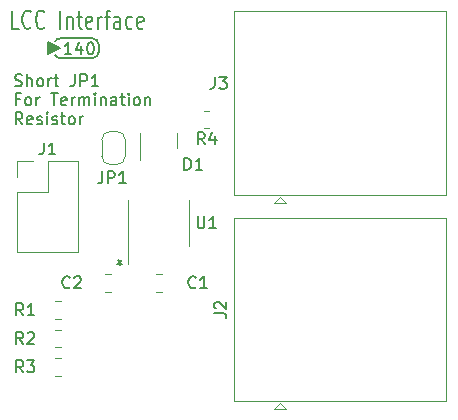
<source format=gto>
G04 #@! TF.GenerationSoftware,KiCad,Pcbnew,6.0.10-86aedd382b~118~ubuntu18.04.1*
G04 #@! TF.CreationDate,2025-04-04T15:15:07-06:00*
G04 #@! TF.ProjectId,mss-xcade-can,6d73732d-7863-4616-9465-2d63616e2e6b,rev?*
G04 #@! TF.SameCoordinates,Original*
G04 #@! TF.FileFunction,Legend,Top*
G04 #@! TF.FilePolarity,Positive*
%FSLAX46Y46*%
G04 Gerber Fmt 4.6, Leading zero omitted, Abs format (unit mm)*
G04 Created by KiCad (PCBNEW 6.0.10-86aedd382b~118~ubuntu18.04.1) date 2025-04-04 15:15:07*
%MOMM*%
%LPD*%
G01*
G04 APERTURE LIST*
%ADD10C,0.150000*%
%ADD11C,0.203200*%
%ADD12C,0.120000*%
G04 APERTURE END LIST*
D10*
G36*
X81178400Y-118668800D02*
G01*
X80162400Y-119176800D01*
X80162400Y-118160800D01*
X81178400Y-118668800D01*
G37*
X81178400Y-118668800D02*
X80162400Y-119176800D01*
X80162400Y-118160800D01*
X81178400Y-118668800D01*
X84455000Y-118364000D02*
G75*
G03*
X83947000Y-117856000I-508000J0D01*
G01*
X81153000Y-117856000D02*
G75*
G03*
X80772000Y-118110000I-100J-412600D01*
G01*
X84455000Y-118364000D02*
X84455000Y-118999000D01*
X80771972Y-119253012D02*
G75*
G03*
X81153000Y-119507000I381028J158812D01*
G01*
X81153000Y-117856000D02*
X83947000Y-117856000D01*
X83947000Y-119507000D02*
G75*
G03*
X84455000Y-118999000I0J508000D01*
G01*
X81153000Y-119507000D02*
X83947000Y-119507000D01*
X82137333Y-119197380D02*
X81565904Y-119197380D01*
X81851619Y-119197380D02*
X81851619Y-118197380D01*
X81756380Y-118340238D01*
X81661142Y-118435476D01*
X81565904Y-118483095D01*
X82994476Y-118530714D02*
X82994476Y-119197380D01*
X82756380Y-118149761D02*
X82518285Y-118864047D01*
X83137333Y-118864047D01*
X83708761Y-118197380D02*
X83804000Y-118197380D01*
X83899238Y-118245000D01*
X83946857Y-118292619D01*
X83994476Y-118387857D01*
X84042095Y-118578333D01*
X84042095Y-118816428D01*
X83994476Y-119006904D01*
X83946857Y-119102142D01*
X83899238Y-119149761D01*
X83804000Y-119197380D01*
X83708761Y-119197380D01*
X83613523Y-119149761D01*
X83565904Y-119102142D01*
X83518285Y-119006904D01*
X83470666Y-118816428D01*
X83470666Y-118578333D01*
X83518285Y-118387857D01*
X83565904Y-118292619D01*
X83613523Y-118245000D01*
X83708761Y-118197380D01*
D11*
X77669571Y-117021428D02*
X77125285Y-117021428D01*
X77125285Y-115497428D01*
X78703714Y-116876285D02*
X78649285Y-116948857D01*
X78486000Y-117021428D01*
X78377142Y-117021428D01*
X78213857Y-116948857D01*
X78105000Y-116803714D01*
X78050571Y-116658571D01*
X77996142Y-116368285D01*
X77996142Y-116150571D01*
X78050571Y-115860285D01*
X78105000Y-115715142D01*
X78213857Y-115570000D01*
X78377142Y-115497428D01*
X78486000Y-115497428D01*
X78649285Y-115570000D01*
X78703714Y-115642571D01*
X79846714Y-116876285D02*
X79792285Y-116948857D01*
X79629000Y-117021428D01*
X79520142Y-117021428D01*
X79356857Y-116948857D01*
X79248000Y-116803714D01*
X79193571Y-116658571D01*
X79139142Y-116368285D01*
X79139142Y-116150571D01*
X79193571Y-115860285D01*
X79248000Y-115715142D01*
X79356857Y-115570000D01*
X79520142Y-115497428D01*
X79629000Y-115497428D01*
X79792285Y-115570000D01*
X79846714Y-115642571D01*
X81207428Y-117021428D02*
X81207428Y-115497428D01*
X81751714Y-116005428D02*
X81751714Y-117021428D01*
X81751714Y-116150571D02*
X81806142Y-116078000D01*
X81915000Y-116005428D01*
X82078285Y-116005428D01*
X82187142Y-116078000D01*
X82241571Y-116223142D01*
X82241571Y-117021428D01*
X82622571Y-116005428D02*
X83058000Y-116005428D01*
X82785857Y-115497428D02*
X82785857Y-116803714D01*
X82840285Y-116948857D01*
X82949142Y-117021428D01*
X83058000Y-117021428D01*
X83874428Y-116948857D02*
X83765571Y-117021428D01*
X83547857Y-117021428D01*
X83439000Y-116948857D01*
X83384571Y-116803714D01*
X83384571Y-116223142D01*
X83439000Y-116078000D01*
X83547857Y-116005428D01*
X83765571Y-116005428D01*
X83874428Y-116078000D01*
X83928857Y-116223142D01*
X83928857Y-116368285D01*
X83384571Y-116513428D01*
X84418714Y-117021428D02*
X84418714Y-116005428D01*
X84418714Y-116295714D02*
X84473142Y-116150571D01*
X84527571Y-116078000D01*
X84636428Y-116005428D01*
X84745285Y-116005428D01*
X84963000Y-116005428D02*
X85398428Y-116005428D01*
X85126285Y-117021428D02*
X85126285Y-115715142D01*
X85180714Y-115570000D01*
X85289571Y-115497428D01*
X85398428Y-115497428D01*
X86269285Y-117021428D02*
X86269285Y-116223142D01*
X86214857Y-116078000D01*
X86106000Y-116005428D01*
X85888285Y-116005428D01*
X85779428Y-116078000D01*
X86269285Y-116948857D02*
X86160428Y-117021428D01*
X85888285Y-117021428D01*
X85779428Y-116948857D01*
X85725000Y-116803714D01*
X85725000Y-116658571D01*
X85779428Y-116513428D01*
X85888285Y-116440857D01*
X86160428Y-116440857D01*
X86269285Y-116368285D01*
X87303428Y-116948857D02*
X87194571Y-117021428D01*
X86976857Y-117021428D01*
X86868000Y-116948857D01*
X86813571Y-116876285D01*
X86759142Y-116731142D01*
X86759142Y-116295714D01*
X86813571Y-116150571D01*
X86868000Y-116078000D01*
X86976857Y-116005428D01*
X87194571Y-116005428D01*
X87303428Y-116078000D01*
X88228714Y-116948857D02*
X88119857Y-117021428D01*
X87902142Y-117021428D01*
X87793285Y-116948857D01*
X87738857Y-116803714D01*
X87738857Y-116223142D01*
X87793285Y-116078000D01*
X87902142Y-116005428D01*
X88119857Y-116005428D01*
X88228714Y-116078000D01*
X88283142Y-116223142D01*
X88283142Y-116368285D01*
X87738857Y-116513428D01*
D10*
X86233000Y-137072619D02*
X86233000Y-136834523D01*
X86471095Y-136929761D02*
X86233000Y-136834523D01*
X85994904Y-136929761D01*
X86375857Y-136644047D02*
X86233000Y-136834523D01*
X86090142Y-136644047D01*
X77376976Y-121857761D02*
X77519833Y-121905380D01*
X77757928Y-121905380D01*
X77853166Y-121857761D01*
X77900785Y-121810142D01*
X77948404Y-121714904D01*
X77948404Y-121619666D01*
X77900785Y-121524428D01*
X77853166Y-121476809D01*
X77757928Y-121429190D01*
X77567452Y-121381571D01*
X77472214Y-121333952D01*
X77424595Y-121286333D01*
X77376976Y-121191095D01*
X77376976Y-121095857D01*
X77424595Y-121000619D01*
X77472214Y-120953000D01*
X77567452Y-120905380D01*
X77805547Y-120905380D01*
X77948404Y-120953000D01*
X78376976Y-121905380D02*
X78376976Y-120905380D01*
X78805547Y-121905380D02*
X78805547Y-121381571D01*
X78757928Y-121286333D01*
X78662690Y-121238714D01*
X78519833Y-121238714D01*
X78424595Y-121286333D01*
X78376976Y-121333952D01*
X79424595Y-121905380D02*
X79329357Y-121857761D01*
X79281738Y-121810142D01*
X79234119Y-121714904D01*
X79234119Y-121429190D01*
X79281738Y-121333952D01*
X79329357Y-121286333D01*
X79424595Y-121238714D01*
X79567452Y-121238714D01*
X79662690Y-121286333D01*
X79710309Y-121333952D01*
X79757928Y-121429190D01*
X79757928Y-121714904D01*
X79710309Y-121810142D01*
X79662690Y-121857761D01*
X79567452Y-121905380D01*
X79424595Y-121905380D01*
X80186500Y-121905380D02*
X80186500Y-121238714D01*
X80186500Y-121429190D02*
X80234119Y-121333952D01*
X80281738Y-121286333D01*
X80376976Y-121238714D01*
X80472214Y-121238714D01*
X80662690Y-121238714D02*
X81043642Y-121238714D01*
X80805547Y-120905380D02*
X80805547Y-121762523D01*
X80853166Y-121857761D01*
X80948404Y-121905380D01*
X81043642Y-121905380D01*
X82424595Y-120905380D02*
X82424595Y-121619666D01*
X82376976Y-121762523D01*
X82281738Y-121857761D01*
X82138880Y-121905380D01*
X82043642Y-121905380D01*
X82900785Y-121905380D02*
X82900785Y-120905380D01*
X83281738Y-120905380D01*
X83376976Y-120953000D01*
X83424595Y-121000619D01*
X83472214Y-121095857D01*
X83472214Y-121238714D01*
X83424595Y-121333952D01*
X83376976Y-121381571D01*
X83281738Y-121429190D01*
X82900785Y-121429190D01*
X84424595Y-121905380D02*
X83853166Y-121905380D01*
X84138880Y-121905380D02*
X84138880Y-120905380D01*
X84043642Y-121048238D01*
X83948404Y-121143476D01*
X83853166Y-121191095D01*
X77757928Y-122991571D02*
X77424595Y-122991571D01*
X77424595Y-123515380D02*
X77424595Y-122515380D01*
X77900785Y-122515380D01*
X78424595Y-123515380D02*
X78329357Y-123467761D01*
X78281738Y-123420142D01*
X78234119Y-123324904D01*
X78234119Y-123039190D01*
X78281738Y-122943952D01*
X78329357Y-122896333D01*
X78424595Y-122848714D01*
X78567452Y-122848714D01*
X78662690Y-122896333D01*
X78710309Y-122943952D01*
X78757928Y-123039190D01*
X78757928Y-123324904D01*
X78710309Y-123420142D01*
X78662690Y-123467761D01*
X78567452Y-123515380D01*
X78424595Y-123515380D01*
X79186500Y-123515380D02*
X79186500Y-122848714D01*
X79186500Y-123039190D02*
X79234119Y-122943952D01*
X79281738Y-122896333D01*
X79376976Y-122848714D01*
X79472214Y-122848714D01*
X80424595Y-122515380D02*
X80996023Y-122515380D01*
X80710309Y-123515380D02*
X80710309Y-122515380D01*
X81710309Y-123467761D02*
X81615071Y-123515380D01*
X81424595Y-123515380D01*
X81329357Y-123467761D01*
X81281738Y-123372523D01*
X81281738Y-122991571D01*
X81329357Y-122896333D01*
X81424595Y-122848714D01*
X81615071Y-122848714D01*
X81710309Y-122896333D01*
X81757928Y-122991571D01*
X81757928Y-123086809D01*
X81281738Y-123182047D01*
X82186500Y-123515380D02*
X82186500Y-122848714D01*
X82186500Y-123039190D02*
X82234119Y-122943952D01*
X82281738Y-122896333D01*
X82376976Y-122848714D01*
X82472214Y-122848714D01*
X82805547Y-123515380D02*
X82805547Y-122848714D01*
X82805547Y-122943952D02*
X82853166Y-122896333D01*
X82948404Y-122848714D01*
X83091261Y-122848714D01*
X83186500Y-122896333D01*
X83234119Y-122991571D01*
X83234119Y-123515380D01*
X83234119Y-122991571D02*
X83281738Y-122896333D01*
X83376976Y-122848714D01*
X83519833Y-122848714D01*
X83615071Y-122896333D01*
X83662690Y-122991571D01*
X83662690Y-123515380D01*
X84138880Y-123515380D02*
X84138880Y-122848714D01*
X84138880Y-122515380D02*
X84091261Y-122563000D01*
X84138880Y-122610619D01*
X84186500Y-122563000D01*
X84138880Y-122515380D01*
X84138880Y-122610619D01*
X84615071Y-122848714D02*
X84615071Y-123515380D01*
X84615071Y-122943952D02*
X84662690Y-122896333D01*
X84757928Y-122848714D01*
X84900785Y-122848714D01*
X84996023Y-122896333D01*
X85043642Y-122991571D01*
X85043642Y-123515380D01*
X85948404Y-123515380D02*
X85948404Y-122991571D01*
X85900785Y-122896333D01*
X85805547Y-122848714D01*
X85615071Y-122848714D01*
X85519833Y-122896333D01*
X85948404Y-123467761D02*
X85853166Y-123515380D01*
X85615071Y-123515380D01*
X85519833Y-123467761D01*
X85472214Y-123372523D01*
X85472214Y-123277285D01*
X85519833Y-123182047D01*
X85615071Y-123134428D01*
X85853166Y-123134428D01*
X85948404Y-123086809D01*
X86281738Y-122848714D02*
X86662690Y-122848714D01*
X86424595Y-122515380D02*
X86424595Y-123372523D01*
X86472214Y-123467761D01*
X86567452Y-123515380D01*
X86662690Y-123515380D01*
X86996023Y-123515380D02*
X86996023Y-122848714D01*
X86996023Y-122515380D02*
X86948404Y-122563000D01*
X86996023Y-122610619D01*
X87043642Y-122563000D01*
X86996023Y-122515380D01*
X86996023Y-122610619D01*
X87615071Y-123515380D02*
X87519833Y-123467761D01*
X87472214Y-123420142D01*
X87424595Y-123324904D01*
X87424595Y-123039190D01*
X87472214Y-122943952D01*
X87519833Y-122896333D01*
X87615071Y-122848714D01*
X87757928Y-122848714D01*
X87853166Y-122896333D01*
X87900785Y-122943952D01*
X87948404Y-123039190D01*
X87948404Y-123324904D01*
X87900785Y-123420142D01*
X87853166Y-123467761D01*
X87757928Y-123515380D01*
X87615071Y-123515380D01*
X88376976Y-122848714D02*
X88376976Y-123515380D01*
X88376976Y-122943952D02*
X88424595Y-122896333D01*
X88519833Y-122848714D01*
X88662690Y-122848714D01*
X88757928Y-122896333D01*
X88805547Y-122991571D01*
X88805547Y-123515380D01*
X77996023Y-125125380D02*
X77662690Y-124649190D01*
X77424595Y-125125380D02*
X77424595Y-124125380D01*
X77805547Y-124125380D01*
X77900785Y-124173000D01*
X77948404Y-124220619D01*
X77996023Y-124315857D01*
X77996023Y-124458714D01*
X77948404Y-124553952D01*
X77900785Y-124601571D01*
X77805547Y-124649190D01*
X77424595Y-124649190D01*
X78805547Y-125077761D02*
X78710309Y-125125380D01*
X78519833Y-125125380D01*
X78424595Y-125077761D01*
X78376976Y-124982523D01*
X78376976Y-124601571D01*
X78424595Y-124506333D01*
X78519833Y-124458714D01*
X78710309Y-124458714D01*
X78805547Y-124506333D01*
X78853166Y-124601571D01*
X78853166Y-124696809D01*
X78376976Y-124792047D01*
X79234119Y-125077761D02*
X79329357Y-125125380D01*
X79519833Y-125125380D01*
X79615071Y-125077761D01*
X79662690Y-124982523D01*
X79662690Y-124934904D01*
X79615071Y-124839666D01*
X79519833Y-124792047D01*
X79376976Y-124792047D01*
X79281738Y-124744428D01*
X79234119Y-124649190D01*
X79234119Y-124601571D01*
X79281738Y-124506333D01*
X79376976Y-124458714D01*
X79519833Y-124458714D01*
X79615071Y-124506333D01*
X80091261Y-125125380D02*
X80091261Y-124458714D01*
X80091261Y-124125380D02*
X80043642Y-124173000D01*
X80091261Y-124220619D01*
X80138880Y-124173000D01*
X80091261Y-124125380D01*
X80091261Y-124220619D01*
X80519833Y-125077761D02*
X80615071Y-125125380D01*
X80805547Y-125125380D01*
X80900785Y-125077761D01*
X80948404Y-124982523D01*
X80948404Y-124934904D01*
X80900785Y-124839666D01*
X80805547Y-124792047D01*
X80662690Y-124792047D01*
X80567452Y-124744428D01*
X80519833Y-124649190D01*
X80519833Y-124601571D01*
X80567452Y-124506333D01*
X80662690Y-124458714D01*
X80805547Y-124458714D01*
X80900785Y-124506333D01*
X81234119Y-124458714D02*
X81615071Y-124458714D01*
X81376976Y-124125380D02*
X81376976Y-124982523D01*
X81424595Y-125077761D01*
X81519833Y-125125380D01*
X81615071Y-125125380D01*
X82091261Y-125125380D02*
X81996023Y-125077761D01*
X81948404Y-125030142D01*
X81900785Y-124934904D01*
X81900785Y-124649190D01*
X81948404Y-124553952D01*
X81996023Y-124506333D01*
X82091261Y-124458714D01*
X82234119Y-124458714D01*
X82329357Y-124506333D01*
X82376976Y-124553952D01*
X82424595Y-124649190D01*
X82424595Y-124934904D01*
X82376976Y-125030142D01*
X82329357Y-125077761D01*
X82234119Y-125125380D01*
X82091261Y-125125380D01*
X82853166Y-125125380D02*
X82853166Y-124458714D01*
X82853166Y-124649190D02*
X82900785Y-124553952D01*
X82948404Y-124506333D01*
X83043642Y-124458714D01*
X83138880Y-124458714D01*
X94281666Y-121118380D02*
X94281666Y-121832666D01*
X94234047Y-121975523D01*
X94138809Y-122070761D01*
X93995952Y-122118380D01*
X93900714Y-122118380D01*
X94662619Y-121118380D02*
X95281666Y-121118380D01*
X94948333Y-121499333D01*
X95091190Y-121499333D01*
X95186428Y-121546952D01*
X95234047Y-121594571D01*
X95281666Y-121689809D01*
X95281666Y-121927904D01*
X95234047Y-122023142D01*
X95186428Y-122070761D01*
X95091190Y-122118380D01*
X94805476Y-122118380D01*
X94710238Y-122070761D01*
X94662619Y-122023142D01*
X91717904Y-128976380D02*
X91717904Y-127976380D01*
X91956000Y-127976380D01*
X92098857Y-128024000D01*
X92194095Y-128119238D01*
X92241714Y-128214476D01*
X92289333Y-128404952D01*
X92289333Y-128547809D01*
X92241714Y-128738285D01*
X92194095Y-128833523D01*
X92098857Y-128928761D01*
X91956000Y-128976380D01*
X91717904Y-128976380D01*
X93241714Y-128976380D02*
X92670285Y-128976380D01*
X92956000Y-128976380D02*
X92956000Y-127976380D01*
X92860761Y-128119238D01*
X92765523Y-128214476D01*
X92670285Y-128262095D01*
X79798666Y-126677380D02*
X79798666Y-127391666D01*
X79751047Y-127534523D01*
X79655809Y-127629761D01*
X79512952Y-127677380D01*
X79417714Y-127677380D01*
X80798666Y-127677380D02*
X80227238Y-127677380D01*
X80512952Y-127677380D02*
X80512952Y-126677380D01*
X80417714Y-126820238D01*
X80322476Y-126915476D01*
X80227238Y-126963095D01*
X78065333Y-141295380D02*
X77732000Y-140819190D01*
X77493904Y-141295380D02*
X77493904Y-140295380D01*
X77874857Y-140295380D01*
X77970095Y-140343000D01*
X78017714Y-140390619D01*
X78065333Y-140485857D01*
X78065333Y-140628714D01*
X78017714Y-140723952D01*
X77970095Y-140771571D01*
X77874857Y-140819190D01*
X77493904Y-140819190D01*
X79017714Y-141295380D02*
X78446285Y-141295380D01*
X78732000Y-141295380D02*
X78732000Y-140295380D01*
X78636761Y-140438238D01*
X78541523Y-140533476D01*
X78446285Y-140581095D01*
X82002333Y-138914142D02*
X81954714Y-138961761D01*
X81811857Y-139009380D01*
X81716619Y-139009380D01*
X81573761Y-138961761D01*
X81478523Y-138866523D01*
X81430904Y-138771285D01*
X81383285Y-138580809D01*
X81383285Y-138437952D01*
X81430904Y-138247476D01*
X81478523Y-138152238D01*
X81573761Y-138057000D01*
X81716619Y-138009380D01*
X81811857Y-138009380D01*
X81954714Y-138057000D01*
X82002333Y-138104619D01*
X82383285Y-138104619D02*
X82430904Y-138057000D01*
X82526142Y-138009380D01*
X82764238Y-138009380D01*
X82859476Y-138057000D01*
X82907095Y-138104619D01*
X82954714Y-138199857D01*
X82954714Y-138295095D01*
X82907095Y-138437952D01*
X82335666Y-139009380D01*
X82954714Y-139009380D01*
X94254380Y-141140833D02*
X94968666Y-141140833D01*
X95111523Y-141188452D01*
X95206761Y-141283690D01*
X95254380Y-141426547D01*
X95254380Y-141521785D01*
X94349619Y-140712261D02*
X94302000Y-140664642D01*
X94254380Y-140569404D01*
X94254380Y-140331309D01*
X94302000Y-140236071D01*
X94349619Y-140188452D01*
X94444857Y-140140833D01*
X94540095Y-140140833D01*
X94682952Y-140188452D01*
X95254380Y-140759880D01*
X95254380Y-140140833D01*
X78065333Y-143708380D02*
X77732000Y-143232190D01*
X77493904Y-143708380D02*
X77493904Y-142708380D01*
X77874857Y-142708380D01*
X77970095Y-142756000D01*
X78017714Y-142803619D01*
X78065333Y-142898857D01*
X78065333Y-143041714D01*
X78017714Y-143136952D01*
X77970095Y-143184571D01*
X77874857Y-143232190D01*
X77493904Y-143232190D01*
X78446285Y-142803619D02*
X78493904Y-142756000D01*
X78589142Y-142708380D01*
X78827238Y-142708380D01*
X78922476Y-142756000D01*
X78970095Y-142803619D01*
X79017714Y-142898857D01*
X79017714Y-142994095D01*
X78970095Y-143136952D01*
X78398666Y-143708380D01*
X79017714Y-143708380D01*
X84764666Y-129119380D02*
X84764666Y-129833666D01*
X84717047Y-129976523D01*
X84621809Y-130071761D01*
X84478952Y-130119380D01*
X84383714Y-130119380D01*
X85240857Y-130119380D02*
X85240857Y-129119380D01*
X85621809Y-129119380D01*
X85717047Y-129167000D01*
X85764666Y-129214619D01*
X85812285Y-129309857D01*
X85812285Y-129452714D01*
X85764666Y-129547952D01*
X85717047Y-129595571D01*
X85621809Y-129643190D01*
X85240857Y-129643190D01*
X86764666Y-130119380D02*
X86193238Y-130119380D01*
X86478952Y-130119380D02*
X86478952Y-129119380D01*
X86383714Y-129262238D01*
X86288476Y-129357476D01*
X86193238Y-129405095D01*
X92670333Y-138914142D02*
X92622714Y-138961761D01*
X92479857Y-139009380D01*
X92384619Y-139009380D01*
X92241761Y-138961761D01*
X92146523Y-138866523D01*
X92098904Y-138771285D01*
X92051285Y-138580809D01*
X92051285Y-138437952D01*
X92098904Y-138247476D01*
X92146523Y-138152238D01*
X92241761Y-138057000D01*
X92384619Y-138009380D01*
X92479857Y-138009380D01*
X92622714Y-138057000D01*
X92670333Y-138104619D01*
X93622714Y-139009380D02*
X93051285Y-139009380D01*
X93337000Y-139009380D02*
X93337000Y-138009380D01*
X93241761Y-138152238D01*
X93146523Y-138247476D01*
X93051285Y-138295095D01*
X93432333Y-126816380D02*
X93099000Y-126340190D01*
X92860904Y-126816380D02*
X92860904Y-125816380D01*
X93241857Y-125816380D01*
X93337095Y-125864000D01*
X93384714Y-125911619D01*
X93432333Y-126006857D01*
X93432333Y-126149714D01*
X93384714Y-126244952D01*
X93337095Y-126292571D01*
X93241857Y-126340190D01*
X92860904Y-126340190D01*
X94289476Y-126149714D02*
X94289476Y-126816380D01*
X94051380Y-125768761D02*
X93813285Y-126483047D01*
X94432333Y-126483047D01*
X78065333Y-146121380D02*
X77732000Y-145645190D01*
X77493904Y-146121380D02*
X77493904Y-145121380D01*
X77874857Y-145121380D01*
X77970095Y-145169000D01*
X78017714Y-145216619D01*
X78065333Y-145311857D01*
X78065333Y-145454714D01*
X78017714Y-145549952D01*
X77970095Y-145597571D01*
X77874857Y-145645190D01*
X77493904Y-145645190D01*
X78398666Y-145121380D02*
X79017714Y-145121380D01*
X78684380Y-145502333D01*
X78827238Y-145502333D01*
X78922476Y-145549952D01*
X78970095Y-145597571D01*
X79017714Y-145692809D01*
X79017714Y-145930904D01*
X78970095Y-146026142D01*
X78922476Y-146073761D01*
X78827238Y-146121380D01*
X78541523Y-146121380D01*
X78446285Y-146073761D01*
X78398666Y-146026142D01*
X92837095Y-132929380D02*
X92837095Y-133738904D01*
X92884714Y-133834142D01*
X92932333Y-133881761D01*
X93027571Y-133929380D01*
X93218047Y-133929380D01*
X93313285Y-133881761D01*
X93360904Y-133834142D01*
X93408523Y-133738904D01*
X93408523Y-132929380D01*
X94408523Y-133929380D02*
X93837095Y-133929380D01*
X94122809Y-133929380D02*
X94122809Y-132929380D01*
X94027571Y-133072238D01*
X93932333Y-133167476D01*
X93837095Y-133215095D01*
D12*
X99302000Y-131762000D02*
X100302000Y-131762000D01*
X99802000Y-131262000D02*
X99302000Y-131762000D01*
X95922000Y-115557000D02*
X113882000Y-115557000D01*
X95922000Y-115557000D02*
X95922000Y-131077000D01*
X113882000Y-131077000D02*
X113882000Y-115557000D01*
X100302000Y-131762000D02*
X99802000Y-131262000D01*
X95922000Y-131077000D02*
X113882000Y-131077000D01*
X87975000Y-126492000D02*
X87975000Y-128167000D01*
X87975000Y-126492000D02*
X87975000Y-125842000D01*
X91095000Y-126492000D02*
X91095000Y-125842000D01*
X91095000Y-126492000D02*
X91095000Y-127142000D01*
X77532000Y-128225000D02*
X78862000Y-128225000D01*
X80132000Y-130825000D02*
X80132000Y-128225000D01*
X77532000Y-130825000D02*
X77532000Y-135965000D01*
X77532000Y-130825000D02*
X80132000Y-130825000D01*
X77532000Y-135965000D02*
X82732000Y-135965000D01*
X77532000Y-129555000D02*
X77532000Y-128225000D01*
X82732000Y-128225000D02*
X82732000Y-135965000D01*
X80132000Y-128225000D02*
X82732000Y-128225000D01*
X80798936Y-140108000D02*
X81253064Y-140108000D01*
X80798936Y-141578000D02*
X81253064Y-141578000D01*
X84955748Y-137822000D02*
X85478252Y-137822000D01*
X84955748Y-139292000D02*
X85478252Y-139292000D01*
X99302000Y-149252500D02*
X100302000Y-149252500D01*
X113882000Y-148567500D02*
X113882000Y-133047500D01*
X99802000Y-148752500D02*
X99302000Y-149252500D01*
X95922000Y-133047500D02*
X113882000Y-133047500D01*
X95922000Y-148567500D02*
X113882000Y-148567500D01*
X95922000Y-133047500D02*
X95922000Y-148567500D01*
X100302000Y-149252500D02*
X99802000Y-148752500D01*
X81253064Y-143991000D02*
X80798936Y-143991000D01*
X81253064Y-142521000D02*
X80798936Y-142521000D01*
X84710000Y-127827000D02*
X84710000Y-126427000D01*
X86710000Y-126427000D02*
X86710000Y-127827000D01*
X85410000Y-125727000D02*
X86010000Y-125727000D01*
X86010000Y-128527000D02*
X85410000Y-128527000D01*
X86710000Y-126427000D02*
G75*
G03*
X86010000Y-125727000I-700000J0D01*
G01*
X84710000Y-127827000D02*
G75*
G03*
X85410000Y-128527000I699999J-1D01*
G01*
X85410000Y-125727000D02*
G75*
G03*
X84710000Y-126427000I0J-700000D01*
G01*
X86010000Y-128527000D02*
G75*
G03*
X86710000Y-127827000I1J699999D01*
G01*
X89796252Y-139292000D02*
X89273748Y-139292000D01*
X89796252Y-137822000D02*
X89273748Y-137822000D01*
X93826064Y-123979000D02*
X93371936Y-123979000D01*
X93826064Y-125449000D02*
X93371936Y-125449000D01*
X80798936Y-146404000D02*
X81253064Y-146404000D01*
X80798936Y-144934000D02*
X81253064Y-144934000D01*
X92095000Y-133477000D02*
X92095000Y-131527000D01*
X86975000Y-133477000D02*
X86975000Y-136927000D01*
X86975000Y-133477000D02*
X86975000Y-131527000D01*
X92095000Y-133477000D02*
X92095000Y-135427000D01*
M02*

</source>
